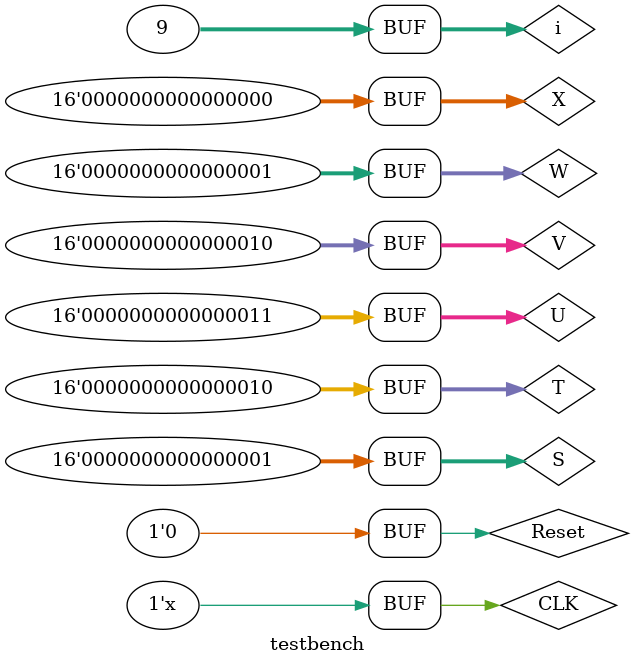
<source format=v>
`timescale 1ns / 1ps


module testbench;
    reg [15:0] X, S, T, U, V, W;
    reg CLK, Reset;
    wire [15:0] Y;
    
    FIR_Para #(16, 16, 16, 5, 80) uut(//instantiation of design
        .X(X),
        .CLK(CLK), 
        .Reset(Reset),
        .Y(Y),
        .Cof({W, V, U, T, S}));
        
    integer i;
    //clock genration
    initial 
        CLK = 1'b0;
        always 
            #10 CLK = ~CLK;
            
    initial begin
        //cofficient value assigning
        S = 16'd1; T = 16'd2; U = 16'd3; V = 16'd2; W = 16'd1;
        Reset = 1'b1;
        #20
        Reset = 1'b0;
        //sequence genration
        for(i=1; i<9; i=i+1) begin
            X = i;
            #20;
        end
        X = i;
        #20
        X = 16'b0;
        #20
        X = 16'b0;
        #20
        X = 16'b0;
        #20
        X = 16'b0;
        #20;
    end
endmodule

</source>
